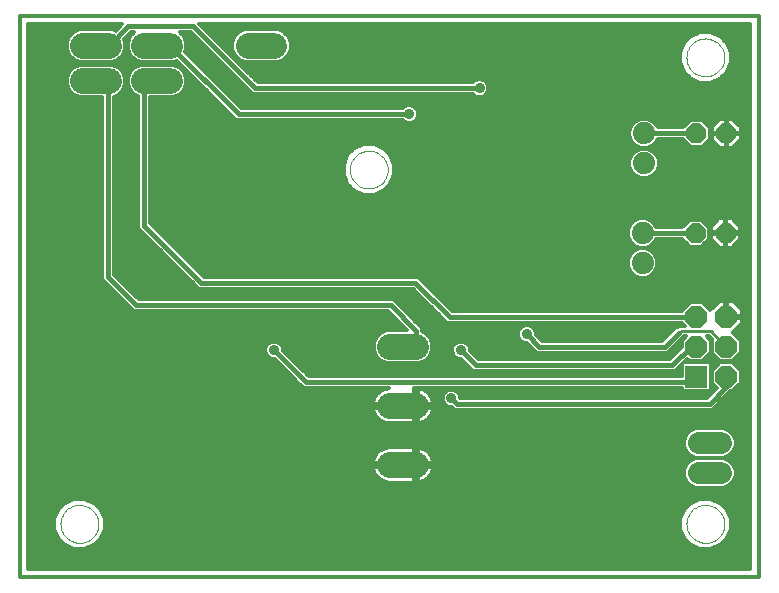
<source format=gtl>
G75*
%MOIN*%
%OFA0B0*%
%FSLAX24Y24*%
%IPPOS*%
%LPD*%
%AMOC8*
5,1,8,0,0,1.08239X$1,22.5*
%
%ADD10C,0.0120*%
%ADD11C,0.0000*%
%ADD12R,0.0740X0.0740*%
%ADD13OC8,0.0740*%
%ADD14C,0.0856*%
%ADD15OC8,0.0660*%
%ADD16C,0.0740*%
%ADD17C,0.0740*%
%ADD18C,0.0354*%
%ADD19C,0.0160*%
%ADD20C,0.0100*%
D10*
X000185Y000357D02*
X000185Y019058D01*
X024791Y019058D01*
X024791Y000357D01*
X000185Y000357D01*
X000455Y000627D02*
X000455Y018788D01*
X003569Y018788D01*
X003357Y018576D01*
X003246Y018622D01*
X002172Y018622D01*
X001971Y018538D01*
X001816Y018384D01*
X001733Y018182D01*
X001733Y017964D01*
X001816Y017763D01*
X001971Y017609D01*
X002172Y017525D01*
X003246Y017525D01*
X003448Y017609D01*
X003602Y017763D01*
X003686Y017964D01*
X003686Y018182D01*
X003640Y018293D01*
X003860Y018513D01*
X003983Y018513D01*
X003854Y018384D01*
X003770Y018182D01*
X003770Y017964D01*
X003854Y017763D01*
X004008Y017609D01*
X004209Y017525D01*
X005284Y017525D01*
X005398Y017572D01*
X007385Y015585D01*
X012932Y015585D01*
X012984Y015533D01*
X013093Y015488D01*
X013211Y015488D01*
X013320Y015533D01*
X013404Y015617D01*
X013449Y015726D01*
X013449Y015844D01*
X013404Y015953D01*
X013320Y016037D01*
X013211Y016082D01*
X013093Y016082D01*
X012984Y016037D01*
X012932Y015985D01*
X007551Y015985D01*
X005679Y017857D01*
X005723Y017964D01*
X005723Y018182D01*
X005639Y018384D01*
X005510Y018513D01*
X005860Y018513D01*
X007927Y016446D01*
X015269Y016446D01*
X015321Y016394D01*
X015431Y016349D01*
X015549Y016349D01*
X015658Y016394D01*
X015742Y016478D01*
X015787Y016587D01*
X015787Y016705D01*
X015742Y016815D01*
X015658Y016898D01*
X015549Y016943D01*
X015431Y016943D01*
X015321Y016898D01*
X015269Y016846D01*
X008092Y016846D01*
X006151Y018788D01*
X024521Y018788D01*
X024521Y000627D01*
X000455Y000627D01*
X000455Y000700D02*
X024521Y000700D01*
X024521Y000818D02*
X000455Y000818D01*
X000455Y000937D02*
X024521Y000937D01*
X024521Y001055D02*
X000455Y001055D01*
X000455Y001174D02*
X024521Y001174D01*
X024521Y001292D02*
X023195Y001292D01*
X023186Y001289D02*
X023495Y001416D01*
X023731Y001653D01*
X023859Y001961D01*
X023859Y002296D01*
X023731Y002604D01*
X023495Y002841D01*
X023186Y002968D01*
X022852Y002968D01*
X022543Y002841D01*
X022307Y002604D01*
X022179Y002296D01*
X022179Y001961D01*
X022307Y001653D01*
X022543Y001416D01*
X022852Y001289D01*
X023186Y001289D01*
X023481Y001411D02*
X024521Y001411D01*
X024521Y001529D02*
X023608Y001529D01*
X023726Y001648D02*
X024521Y001648D01*
X024521Y001766D02*
X023778Y001766D01*
X023827Y001885D02*
X024521Y001885D01*
X024521Y002003D02*
X023859Y002003D01*
X023859Y002122D02*
X024521Y002122D01*
X024521Y002240D02*
X023859Y002240D01*
X023833Y002359D02*
X024521Y002359D01*
X024521Y002477D02*
X023784Y002477D01*
X023735Y002596D02*
X024521Y002596D01*
X024521Y002714D02*
X023622Y002714D01*
X023503Y002833D02*
X024521Y002833D01*
X024521Y002951D02*
X023228Y002951D01*
X022810Y002951D02*
X002362Y002951D01*
X002320Y002968D02*
X001986Y002968D01*
X001677Y002841D01*
X001441Y002604D01*
X001313Y002296D01*
X001313Y001961D01*
X001441Y001653D01*
X001677Y001416D01*
X001986Y001289D01*
X002320Y001289D01*
X002629Y001416D01*
X002865Y001653D01*
X002993Y001961D01*
X002993Y002296D01*
X002865Y002604D01*
X002629Y002841D01*
X002320Y002968D01*
X002637Y002833D02*
X022535Y002833D01*
X022417Y002714D02*
X002755Y002714D01*
X002869Y002596D02*
X022304Y002596D01*
X022254Y002477D02*
X002918Y002477D01*
X002967Y002359D02*
X022205Y002359D01*
X022179Y002240D02*
X002993Y002240D01*
X002993Y002122D02*
X022179Y002122D01*
X022179Y002003D02*
X002993Y002003D01*
X002961Y001885D02*
X022211Y001885D01*
X022260Y001766D02*
X002912Y001766D01*
X002860Y001648D02*
X022312Y001648D01*
X022431Y001529D02*
X002741Y001529D01*
X002615Y001411D02*
X022558Y001411D01*
X022844Y001292D02*
X002328Y001292D01*
X001978Y001292D02*
X000455Y001292D01*
X000455Y001411D02*
X001692Y001411D01*
X001565Y001529D02*
X000455Y001529D01*
X000455Y001648D02*
X001446Y001648D01*
X001394Y001766D02*
X000455Y001766D01*
X000455Y001885D02*
X001345Y001885D01*
X001313Y002003D02*
X000455Y002003D01*
X000455Y002122D02*
X001313Y002122D01*
X001313Y002240D02*
X000455Y002240D01*
X000455Y002359D02*
X001339Y002359D01*
X001388Y002477D02*
X000455Y002477D01*
X000455Y002596D02*
X001437Y002596D01*
X001551Y002714D02*
X000455Y002714D01*
X000455Y002833D02*
X001669Y002833D01*
X001944Y002951D02*
X000455Y002951D01*
X000455Y003070D02*
X024521Y003070D01*
X024521Y003188D02*
X000455Y003188D01*
X000455Y003307D02*
X024521Y003307D01*
X024521Y003425D02*
X023829Y003425D01*
X023814Y003411D02*
X023952Y003549D01*
X024027Y003729D01*
X024027Y003924D01*
X023952Y004104D01*
X023814Y004242D01*
X023634Y004316D01*
X022699Y004316D01*
X022519Y004242D01*
X022381Y004104D01*
X022307Y003924D01*
X022307Y003729D01*
X022381Y003549D01*
X022519Y003411D01*
X022699Y003336D01*
X023634Y003336D01*
X023814Y003411D01*
X023947Y003544D02*
X024521Y003544D01*
X024521Y003662D02*
X023999Y003662D01*
X024027Y003781D02*
X024521Y003781D01*
X024521Y003899D02*
X024027Y003899D01*
X023988Y004018D02*
X024521Y004018D01*
X024521Y004136D02*
X023920Y004136D01*
X023784Y004255D02*
X024521Y004255D01*
X024521Y004373D02*
X023723Y004373D01*
X023634Y004336D02*
X023814Y004411D01*
X023952Y004549D01*
X024027Y004729D01*
X024027Y004924D01*
X023952Y005104D01*
X023814Y005242D01*
X023634Y005316D01*
X022699Y005316D01*
X022519Y005242D01*
X022381Y005104D01*
X022307Y004924D01*
X022307Y004729D01*
X022381Y004549D01*
X022519Y004411D01*
X022699Y004336D01*
X023634Y004336D01*
X023895Y004492D02*
X024521Y004492D01*
X024521Y004610D02*
X023978Y004610D01*
X024027Y004729D02*
X024521Y004729D01*
X024521Y004847D02*
X024027Y004847D01*
X024010Y004966D02*
X024521Y004966D01*
X024521Y005084D02*
X023961Y005084D01*
X023854Y005203D02*
X024521Y005203D01*
X024521Y005321D02*
X000455Y005321D01*
X000455Y005203D02*
X022480Y005203D01*
X022373Y005084D02*
X000455Y005084D01*
X000455Y004966D02*
X022324Y004966D01*
X022307Y004847D02*
X000455Y004847D01*
X000455Y004729D02*
X022307Y004729D01*
X022356Y004610D02*
X013662Y004610D01*
X013682Y004600D02*
X013599Y004642D01*
X013511Y004671D01*
X013434Y004683D01*
X013434Y004157D01*
X013960Y004157D01*
X013947Y004235D01*
X013919Y004323D01*
X013877Y004405D01*
X013822Y004480D01*
X013757Y004546D01*
X013682Y004600D01*
X013811Y004492D02*
X022439Y004492D01*
X022611Y004373D02*
X013893Y004373D01*
X013941Y004255D02*
X022550Y004255D01*
X022414Y004136D02*
X013434Y004136D01*
X013434Y004157D02*
X013434Y004037D01*
X013960Y004037D01*
X013947Y003959D01*
X013919Y003871D01*
X013877Y003789D01*
X013822Y003714D01*
X013757Y003648D01*
X013682Y003594D01*
X013599Y003552D01*
X013511Y003523D01*
X013434Y003511D01*
X013434Y004037D01*
X013314Y004037D01*
X013314Y003509D01*
X012471Y003509D01*
X012380Y003523D01*
X012292Y003552D01*
X012209Y003594D01*
X012134Y003648D01*
X012069Y003714D01*
X012014Y003789D01*
X011972Y003871D01*
X011944Y003959D01*
X011931Y004037D01*
X013314Y004037D01*
X013314Y004157D01*
X013314Y004685D01*
X012471Y004685D01*
X012380Y004671D01*
X012292Y004642D01*
X012209Y004600D01*
X012134Y004546D01*
X012069Y004480D01*
X012014Y004405D01*
X011972Y004323D01*
X011944Y004235D01*
X011931Y004157D01*
X013314Y004157D01*
X013434Y004157D01*
X013434Y004255D02*
X013314Y004255D01*
X013314Y004373D02*
X013434Y004373D01*
X013434Y004492D02*
X013314Y004492D01*
X013314Y004610D02*
X013434Y004610D01*
X013314Y004136D02*
X000455Y004136D01*
X000455Y004018D02*
X011934Y004018D01*
X011963Y003899D02*
X000455Y003899D01*
X000455Y003781D02*
X012020Y003781D01*
X012121Y003662D02*
X000455Y003662D01*
X000455Y003544D02*
X012317Y003544D01*
X011950Y004255D02*
X000455Y004255D01*
X000455Y004373D02*
X011998Y004373D01*
X012080Y004492D02*
X000455Y004492D01*
X000455Y004610D02*
X012229Y004610D01*
X013314Y004018D02*
X013434Y004018D01*
X013434Y003899D02*
X013314Y003899D01*
X013314Y003781D02*
X013434Y003781D01*
X013434Y003662D02*
X013314Y003662D01*
X013314Y003544D02*
X013434Y003544D01*
X013573Y003544D02*
X022387Y003544D01*
X022335Y003662D02*
X013770Y003662D01*
X013871Y003781D02*
X022307Y003781D01*
X022307Y003899D02*
X013928Y003899D01*
X013956Y004018D02*
X022346Y004018D01*
X022505Y003425D02*
X000455Y003425D01*
X000455Y005440D02*
X024521Y005440D01*
X024521Y005558D02*
X013673Y005558D01*
X013682Y005562D02*
X013757Y005617D01*
X013822Y005682D01*
X013877Y005757D01*
X013919Y005840D01*
X013947Y005928D01*
X013960Y006006D01*
X013434Y006006D01*
X013434Y006126D01*
X013314Y006126D01*
X013314Y006653D01*
X022226Y006653D01*
X022226Y006614D01*
X022296Y006544D01*
X023136Y006544D01*
X023206Y006614D01*
X023206Y007454D01*
X023443Y007454D01*
X023513Y007524D02*
X023226Y007237D01*
X023226Y006831D01*
X023401Y006656D01*
X023084Y006339D01*
X014852Y006339D01*
X014852Y006371D01*
X014807Y006480D01*
X014723Y006563D01*
X014614Y006609D01*
X014496Y006609D01*
X014386Y006563D01*
X014303Y006480D01*
X014258Y006371D01*
X014258Y006252D01*
X014303Y006143D01*
X014386Y006060D01*
X014496Y006014D01*
X014569Y006014D01*
X014644Y005939D01*
X023250Y005939D01*
X023367Y006056D01*
X023854Y006544D01*
X023919Y006544D01*
X024206Y006831D01*
X024206Y007237D01*
X023919Y007524D01*
X023513Y007524D01*
X023513Y007544D02*
X023919Y007544D01*
X024206Y007831D01*
X024206Y008237D01*
X023937Y008506D01*
X024246Y008814D01*
X024246Y008994D01*
X023756Y008994D01*
X023756Y009074D01*
X023676Y009074D01*
X023676Y009564D01*
X023497Y009564D01*
X023188Y009255D01*
X022919Y009524D01*
X022513Y009524D01*
X022226Y009237D01*
X022226Y009234D01*
X014573Y009234D01*
X013549Y010258D01*
X013432Y010375D01*
X006296Y010375D01*
X004518Y012152D01*
X004518Y016344D01*
X005284Y016344D01*
X005485Y016428D01*
X005639Y016582D01*
X005723Y016783D01*
X005723Y017001D01*
X005639Y017203D01*
X005485Y017357D01*
X005284Y017440D01*
X004209Y017440D01*
X004008Y017357D01*
X003854Y017203D01*
X003770Y017001D01*
X003770Y016783D01*
X003854Y016582D01*
X004008Y016428D01*
X004118Y016382D01*
X004118Y011987D01*
X004236Y011869D01*
X006130Y009975D01*
X013266Y009975D01*
X014407Y008834D01*
X022226Y008834D01*
X022226Y008831D01*
X022336Y008721D01*
X022137Y008721D01*
X022118Y008702D01*
X022051Y008702D01*
X021583Y008234D01*
X017566Y008234D01*
X017362Y008438D01*
X017362Y008511D01*
X017316Y008621D01*
X017233Y008704D01*
X017124Y008749D01*
X017005Y008749D01*
X016896Y008704D01*
X016813Y008621D01*
X016767Y008511D01*
X016767Y008393D01*
X016813Y008284D01*
X016896Y008200D01*
X017005Y008155D01*
X017079Y008155D01*
X017400Y007834D01*
X021749Y007834D01*
X022295Y008381D01*
X022370Y008381D01*
X022226Y008237D01*
X022226Y008016D01*
X021829Y007619D01*
X015450Y007619D01*
X015172Y007897D01*
X015172Y007970D01*
X015126Y008079D01*
X015043Y008163D01*
X014934Y008208D01*
X014815Y008208D01*
X014706Y008163D01*
X014623Y008079D01*
X014577Y007970D01*
X014577Y007852D01*
X014623Y007743D01*
X014706Y007659D01*
X014815Y007614D01*
X014889Y007614D01*
X015284Y007219D01*
X021995Y007219D01*
X022112Y007336D01*
X022226Y007450D01*
X022226Y007053D01*
X009790Y007053D01*
X008946Y007897D01*
X008946Y007970D01*
X008901Y008079D01*
X008818Y008163D01*
X008708Y008208D01*
X008590Y008208D01*
X008481Y008163D01*
X008397Y008079D01*
X008352Y007970D01*
X008352Y007852D01*
X008397Y007743D01*
X008481Y007659D01*
X008590Y007614D01*
X008663Y007614D01*
X009507Y006770D01*
X009624Y006653D01*
X012466Y006653D01*
X012380Y006639D01*
X012292Y006611D01*
X012209Y006569D01*
X012134Y006514D01*
X012069Y006449D01*
X012014Y006374D01*
X011972Y006291D01*
X011944Y006203D01*
X011931Y006126D01*
X013314Y006126D01*
X013314Y006006D01*
X013434Y006006D01*
X013434Y005480D01*
X013511Y005492D01*
X013599Y005520D01*
X013682Y005562D01*
X013816Y005677D02*
X024521Y005677D01*
X024521Y005795D02*
X013896Y005795D01*
X013943Y005914D02*
X024521Y005914D01*
X024521Y006032D02*
X023342Y006032D01*
X023461Y006151D02*
X024521Y006151D01*
X024521Y006269D02*
X023579Y006269D01*
X023698Y006388D02*
X024521Y006388D01*
X024521Y006506D02*
X023816Y006506D01*
X024000Y006625D02*
X024521Y006625D01*
X024521Y006743D02*
X024118Y006743D01*
X024206Y006862D02*
X024521Y006862D01*
X024521Y006980D02*
X024206Y006980D01*
X024206Y007099D02*
X024521Y007099D01*
X024521Y007217D02*
X024206Y007217D01*
X024108Y007336D02*
X024521Y007336D01*
X024521Y007454D02*
X023989Y007454D01*
X023948Y007573D02*
X024521Y007573D01*
X024521Y007691D02*
X024066Y007691D01*
X024185Y007810D02*
X024521Y007810D01*
X024521Y007928D02*
X024206Y007928D01*
X024206Y008047D02*
X024521Y008047D01*
X024521Y008165D02*
X024206Y008165D01*
X024160Y008284D02*
X024521Y008284D01*
X024521Y008402D02*
X024041Y008402D01*
X023952Y008521D02*
X024521Y008521D01*
X024521Y008639D02*
X024071Y008639D01*
X024189Y008758D02*
X024521Y008758D01*
X024521Y008876D02*
X024246Y008876D01*
X024246Y009074D02*
X024246Y009254D01*
X023936Y009564D01*
X023756Y009564D01*
X023756Y009074D01*
X024246Y009074D01*
X024246Y009113D02*
X024521Y009113D01*
X024521Y008995D02*
X023756Y008995D01*
X023756Y009113D02*
X023676Y009113D01*
X023676Y009232D02*
X023756Y009232D01*
X023756Y009350D02*
X023676Y009350D01*
X023676Y009469D02*
X023756Y009469D01*
X024031Y009469D02*
X024521Y009469D01*
X024521Y009587D02*
X014220Y009587D01*
X014338Y009469D02*
X022458Y009469D01*
X022339Y009350D02*
X014457Y009350D01*
X014128Y009113D02*
X013119Y009113D01*
X013237Y008995D02*
X014246Y008995D01*
X014365Y008876D02*
X013356Y008876D01*
X013474Y008758D02*
X022300Y008758D01*
X021988Y008639D02*
X017298Y008639D01*
X017358Y008521D02*
X021870Y008521D01*
X021751Y008402D02*
X017398Y008402D01*
X017516Y008284D02*
X021633Y008284D01*
X021961Y008047D02*
X022226Y008047D01*
X022226Y008165D02*
X022080Y008165D01*
X022198Y008284D02*
X022273Y008284D01*
X022138Y007928D02*
X021843Y007928D01*
X022020Y007810D02*
X015259Y007810D01*
X015172Y007928D02*
X017306Y007928D01*
X017187Y008047D02*
X015140Y008047D01*
X015038Y008165D02*
X016982Y008165D01*
X016813Y008284D02*
X013864Y008284D01*
X013838Y008345D02*
X013922Y008143D01*
X013922Y007925D01*
X013838Y007724D01*
X013684Y007569D01*
X013483Y007486D01*
X012408Y007486D01*
X012207Y007569D01*
X012053Y007724D01*
X011969Y007925D01*
X011969Y008143D01*
X012053Y008345D01*
X012207Y008499D01*
X012408Y008582D01*
X013084Y008582D01*
X012454Y009212D01*
X003965Y009212D01*
X003030Y010147D01*
X002913Y010264D01*
X002913Y016344D01*
X002172Y016344D01*
X001971Y016428D01*
X001816Y016582D01*
X001733Y016783D01*
X001733Y017001D01*
X001816Y017203D01*
X001971Y017357D01*
X002172Y017440D01*
X003246Y017440D01*
X003448Y017357D01*
X003602Y017203D01*
X003686Y017001D01*
X003686Y016783D01*
X003602Y016582D01*
X003448Y016428D01*
X003313Y016372D01*
X003313Y010430D01*
X004131Y009612D01*
X012620Y009612D01*
X012737Y009495D01*
X013574Y008658D01*
X013574Y008544D01*
X013684Y008499D01*
X013838Y008345D01*
X013781Y008402D02*
X016767Y008402D01*
X016771Y008521D02*
X013631Y008521D01*
X013574Y008639D02*
X016831Y008639D01*
X015377Y007691D02*
X021901Y007691D01*
X022300Y007524D02*
X022417Y007641D01*
X022513Y007544D01*
X022919Y007544D01*
X023206Y007831D01*
X023206Y008237D01*
X023062Y008381D01*
X023129Y008381D01*
X023249Y008260D01*
X023226Y008237D01*
X023226Y007831D01*
X023513Y007544D01*
X023485Y007573D02*
X022948Y007573D01*
X023066Y007691D02*
X023366Y007691D01*
X023248Y007810D02*
X023185Y007810D01*
X023206Y007928D02*
X023226Y007928D01*
X023226Y008047D02*
X023206Y008047D01*
X023206Y008165D02*
X023226Y008165D01*
X023226Y008284D02*
X023160Y008284D01*
X022485Y007573D02*
X022348Y007573D01*
X022300Y007524D02*
X023136Y007524D01*
X023206Y007454D01*
X023206Y007336D02*
X023325Y007336D01*
X023226Y007217D02*
X023206Y007217D01*
X023206Y007099D02*
X023226Y007099D01*
X023226Y006980D02*
X023206Y006980D01*
X023206Y006862D02*
X023226Y006862D01*
X023206Y006743D02*
X023314Y006743D01*
X023369Y006625D02*
X023206Y006625D01*
X023251Y006506D02*
X014780Y006506D01*
X014845Y006388D02*
X023132Y006388D01*
X022226Y006625D02*
X013556Y006625D01*
X013599Y006611D02*
X013511Y006639D01*
X013434Y006651D01*
X013434Y006126D01*
X013960Y006126D01*
X013947Y006203D01*
X013919Y006291D01*
X013877Y006374D01*
X013822Y006449D01*
X013757Y006514D01*
X013682Y006569D01*
X013599Y006611D01*
X013434Y006625D02*
X013314Y006625D01*
X013314Y006506D02*
X013434Y006506D01*
X013434Y006388D02*
X013314Y006388D01*
X013314Y006269D02*
X013434Y006269D01*
X013434Y006151D02*
X013314Y006151D01*
X013314Y006032D02*
X000455Y006032D01*
X000455Y005914D02*
X011948Y005914D01*
X011944Y005928D02*
X011972Y005840D01*
X012014Y005757D01*
X012069Y005682D01*
X012134Y005617D01*
X012209Y005562D01*
X012292Y005520D01*
X012380Y005492D01*
X012471Y005477D01*
X013314Y005477D01*
X013314Y006006D01*
X011931Y006006D01*
X011944Y005928D01*
X011995Y005795D02*
X000455Y005795D01*
X000455Y005677D02*
X012075Y005677D01*
X012218Y005558D02*
X000455Y005558D01*
X000455Y006151D02*
X011935Y006151D01*
X011965Y006269D02*
X000455Y006269D01*
X000455Y006388D02*
X012024Y006388D01*
X012126Y006506D02*
X000455Y006506D01*
X000455Y006625D02*
X012334Y006625D01*
X013314Y005914D02*
X013434Y005914D01*
X013434Y006032D02*
X014453Y006032D01*
X014300Y006151D02*
X013956Y006151D01*
X013926Y006269D02*
X014258Y006269D01*
X014264Y006388D02*
X013867Y006388D01*
X013765Y006506D02*
X014329Y006506D01*
X013434Y005795D02*
X013314Y005795D01*
X013314Y005677D02*
X013434Y005677D01*
X013434Y005558D02*
X013314Y005558D01*
X015167Y007336D02*
X009507Y007336D01*
X009389Y007454D02*
X015049Y007454D01*
X014930Y007573D02*
X013687Y007573D01*
X013806Y007691D02*
X014674Y007691D01*
X014595Y007810D02*
X013874Y007810D01*
X013922Y007928D02*
X014577Y007928D01*
X014609Y008047D02*
X013922Y008047D01*
X013913Y008165D02*
X014711Y008165D01*
X014009Y009232D02*
X013000Y009232D01*
X012882Y009350D02*
X013891Y009350D01*
X013772Y009469D02*
X012763Y009469D01*
X012645Y009587D02*
X013654Y009587D01*
X013535Y009706D02*
X004037Y009706D01*
X003919Y009824D02*
X013417Y009824D01*
X013298Y009943D02*
X003800Y009943D01*
X003682Y010061D02*
X006044Y010061D01*
X005926Y010180D02*
X003563Y010180D01*
X003445Y010298D02*
X005807Y010298D01*
X005689Y010417D02*
X003326Y010417D01*
X003313Y010535D02*
X005570Y010535D01*
X005452Y010654D02*
X003313Y010654D01*
X003313Y010772D02*
X005333Y010772D01*
X005215Y010891D02*
X003313Y010891D01*
X003313Y011009D02*
X005096Y011009D01*
X004978Y011128D02*
X003313Y011128D01*
X003313Y011246D02*
X004859Y011246D01*
X004741Y011365D02*
X003313Y011365D01*
X003313Y011483D02*
X004622Y011483D01*
X004504Y011602D02*
X003313Y011602D01*
X003313Y011720D02*
X004385Y011720D01*
X004267Y011839D02*
X003313Y011839D01*
X003313Y011957D02*
X004148Y011957D01*
X004118Y012076D02*
X003313Y012076D01*
X003313Y012194D02*
X004118Y012194D01*
X004118Y012313D02*
X003313Y012313D01*
X003313Y012431D02*
X004118Y012431D01*
X004118Y012550D02*
X003313Y012550D01*
X003313Y012668D02*
X004118Y012668D01*
X004118Y012787D02*
X003313Y012787D01*
X003313Y012905D02*
X004118Y012905D01*
X004118Y013024D02*
X003313Y013024D01*
X003313Y013142D02*
X004118Y013142D01*
X004118Y013261D02*
X003313Y013261D01*
X003313Y013379D02*
X004118Y013379D01*
X004118Y013498D02*
X003313Y013498D01*
X003313Y013616D02*
X004118Y013616D01*
X004118Y013735D02*
X003313Y013735D01*
X003313Y013853D02*
X004118Y013853D01*
X004118Y013972D02*
X003313Y013972D01*
X003313Y014090D02*
X004118Y014090D01*
X004118Y014209D02*
X003313Y014209D01*
X003313Y014327D02*
X004118Y014327D01*
X004118Y014446D02*
X003313Y014446D01*
X003313Y014564D02*
X004118Y014564D01*
X004118Y014683D02*
X003313Y014683D01*
X003313Y014801D02*
X004118Y014801D01*
X004118Y014920D02*
X003313Y014920D01*
X003313Y015038D02*
X004118Y015038D01*
X004118Y015157D02*
X003313Y015157D01*
X003313Y015275D02*
X004118Y015275D01*
X004118Y015394D02*
X003313Y015394D01*
X003313Y015512D02*
X004118Y015512D01*
X004118Y015631D02*
X003313Y015631D01*
X003313Y015749D02*
X004118Y015749D01*
X004118Y015868D02*
X003313Y015868D01*
X003313Y015986D02*
X004118Y015986D01*
X004118Y016105D02*
X003313Y016105D01*
X003313Y016223D02*
X004118Y016223D01*
X004118Y016342D02*
X003313Y016342D01*
X003480Y016460D02*
X003976Y016460D01*
X003857Y016579D02*
X003599Y016579D01*
X003650Y016697D02*
X003806Y016697D01*
X003770Y016816D02*
X003686Y016816D01*
X003686Y016934D02*
X003770Y016934D01*
X003792Y017053D02*
X003664Y017053D01*
X003615Y017171D02*
X003841Y017171D01*
X003941Y017290D02*
X003515Y017290D01*
X003325Y017408D02*
X004131Y017408D01*
X004206Y017527D02*
X003250Y017527D01*
X003484Y017645D02*
X003972Y017645D01*
X003853Y017764D02*
X003602Y017764D01*
X003651Y017882D02*
X003804Y017882D01*
X003770Y018001D02*
X003686Y018001D01*
X003686Y018119D02*
X003770Y018119D01*
X003793Y018238D02*
X003663Y018238D01*
X003703Y018356D02*
X003842Y018356D01*
X003821Y018475D02*
X003944Y018475D01*
X003493Y018712D02*
X000455Y018712D01*
X000455Y018593D02*
X002103Y018593D01*
X001907Y018475D02*
X000455Y018475D01*
X000455Y018356D02*
X001805Y018356D01*
X001756Y018238D02*
X000455Y018238D01*
X000455Y018119D02*
X001733Y018119D01*
X001733Y018001D02*
X000455Y018001D01*
X000455Y017882D02*
X001767Y017882D01*
X001816Y017764D02*
X000455Y017764D01*
X000455Y017645D02*
X001934Y017645D01*
X002169Y017527D02*
X000455Y017527D01*
X000455Y017408D02*
X002094Y017408D01*
X001903Y017290D02*
X000455Y017290D01*
X000455Y017171D02*
X001803Y017171D01*
X001754Y017053D02*
X000455Y017053D01*
X000455Y016934D02*
X001733Y016934D01*
X001733Y016816D02*
X000455Y016816D01*
X000455Y016697D02*
X001769Y016697D01*
X001820Y016579D02*
X000455Y016579D01*
X000455Y016460D02*
X001938Y016460D01*
X002913Y016342D02*
X000455Y016342D01*
X000455Y016223D02*
X002913Y016223D01*
X002913Y016105D02*
X000455Y016105D01*
X000455Y015986D02*
X002913Y015986D01*
X002913Y015868D02*
X000455Y015868D01*
X000455Y015749D02*
X002913Y015749D01*
X002913Y015631D02*
X000455Y015631D01*
X000455Y015512D02*
X002913Y015512D01*
X002913Y015394D02*
X000455Y015394D01*
X000455Y015275D02*
X002913Y015275D01*
X002913Y015157D02*
X000455Y015157D01*
X000455Y015038D02*
X002913Y015038D01*
X002913Y014920D02*
X000455Y014920D01*
X000455Y014801D02*
X002913Y014801D01*
X002913Y014683D02*
X000455Y014683D01*
X000455Y014564D02*
X002913Y014564D01*
X002913Y014446D02*
X000455Y014446D01*
X000455Y014327D02*
X002913Y014327D01*
X002913Y014209D02*
X000455Y014209D01*
X000455Y014090D02*
X002913Y014090D01*
X002913Y013972D02*
X000455Y013972D01*
X000455Y013853D02*
X002913Y013853D01*
X002913Y013735D02*
X000455Y013735D01*
X000455Y013616D02*
X002913Y013616D01*
X002913Y013498D02*
X000455Y013498D01*
X000455Y013379D02*
X002913Y013379D01*
X002913Y013261D02*
X000455Y013261D01*
X000455Y013142D02*
X002913Y013142D01*
X002913Y013024D02*
X000455Y013024D01*
X000455Y012905D02*
X002913Y012905D01*
X002913Y012787D02*
X000455Y012787D01*
X000455Y012668D02*
X002913Y012668D01*
X002913Y012550D02*
X000455Y012550D01*
X000455Y012431D02*
X002913Y012431D01*
X002913Y012313D02*
X000455Y012313D01*
X000455Y012194D02*
X002913Y012194D01*
X002913Y012076D02*
X000455Y012076D01*
X000455Y011957D02*
X002913Y011957D01*
X002913Y011839D02*
X000455Y011839D01*
X000455Y011720D02*
X002913Y011720D01*
X002913Y011602D02*
X000455Y011602D01*
X000455Y011483D02*
X002913Y011483D01*
X002913Y011365D02*
X000455Y011365D01*
X000455Y011246D02*
X002913Y011246D01*
X002913Y011128D02*
X000455Y011128D01*
X000455Y011009D02*
X002913Y011009D01*
X002913Y010891D02*
X000455Y010891D01*
X000455Y010772D02*
X002913Y010772D01*
X002913Y010654D02*
X000455Y010654D01*
X000455Y010535D02*
X002913Y010535D01*
X002913Y010417D02*
X000455Y010417D01*
X000455Y010298D02*
X002913Y010298D01*
X002997Y010180D02*
X000455Y010180D01*
X000455Y010061D02*
X003116Y010061D01*
X003234Y009943D02*
X000455Y009943D01*
X000455Y009824D02*
X003353Y009824D01*
X003471Y009706D02*
X000455Y009706D01*
X000455Y009587D02*
X003590Y009587D01*
X003708Y009469D02*
X000455Y009469D01*
X000455Y009350D02*
X003827Y009350D01*
X003945Y009232D02*
X000455Y009232D01*
X000455Y009113D02*
X012553Y009113D01*
X012672Y008995D02*
X000455Y008995D01*
X000455Y008876D02*
X012790Y008876D01*
X012909Y008758D02*
X000455Y008758D01*
X000455Y008639D02*
X013027Y008639D01*
X012259Y008521D02*
X000455Y008521D01*
X000455Y008402D02*
X012110Y008402D01*
X012027Y008284D02*
X000455Y008284D01*
X000455Y008165D02*
X008486Y008165D01*
X008384Y008047D02*
X000455Y008047D01*
X000455Y007928D02*
X008352Y007928D01*
X008370Y007810D02*
X000455Y007810D01*
X000455Y007691D02*
X008449Y007691D01*
X008705Y007573D02*
X000455Y007573D01*
X000455Y007454D02*
X008823Y007454D01*
X008942Y007336D02*
X000455Y007336D01*
X000455Y007217D02*
X009060Y007217D01*
X009179Y007099D02*
X000455Y007099D01*
X000455Y006980D02*
X009297Y006980D01*
X009416Y006862D02*
X000455Y006862D01*
X000455Y006743D02*
X009534Y006743D01*
X009744Y007099D02*
X022226Y007099D01*
X022226Y007217D02*
X009626Y007217D01*
X009270Y007573D02*
X012204Y007573D01*
X012085Y007691D02*
X009152Y007691D01*
X009033Y007810D02*
X012017Y007810D01*
X011969Y007928D02*
X008946Y007928D01*
X008915Y008047D02*
X011969Y008047D01*
X011978Y008165D02*
X008812Y008165D01*
X006254Y010417D02*
X020642Y010417D01*
X020650Y010408D02*
X020830Y010333D01*
X021025Y010333D01*
X021205Y010408D01*
X021343Y010546D01*
X021418Y010726D01*
X021418Y010921D01*
X021343Y011101D01*
X021205Y011239D01*
X021025Y011313D01*
X020830Y011313D01*
X020650Y011239D01*
X020512Y011101D01*
X020438Y010921D01*
X020438Y010726D01*
X020512Y010546D01*
X020650Y010408D01*
X020523Y010535D02*
X006136Y010535D01*
X006017Y010654D02*
X020468Y010654D01*
X020438Y010772D02*
X005899Y010772D01*
X005780Y010891D02*
X020438Y010891D01*
X020474Y011009D02*
X005662Y011009D01*
X005543Y011128D02*
X020539Y011128D01*
X020668Y011246D02*
X005425Y011246D01*
X005306Y011365D02*
X020755Y011365D01*
X020830Y011333D02*
X021025Y011333D01*
X021205Y011408D01*
X021343Y011546D01*
X021375Y011623D01*
X022255Y011623D01*
X022505Y011373D01*
X022878Y011373D01*
X023141Y011637D01*
X023141Y012010D01*
X022878Y012273D01*
X022505Y012273D01*
X022255Y012023D01*
X021375Y012023D01*
X021343Y012101D01*
X021205Y012239D01*
X021025Y012313D01*
X020830Y012313D01*
X020650Y012239D01*
X020512Y012101D01*
X020438Y011921D01*
X020438Y011726D01*
X020512Y011546D01*
X020650Y011408D01*
X020830Y011333D01*
X021100Y011365D02*
X023457Y011365D01*
X023489Y011333D02*
X023671Y011333D01*
X023671Y011803D01*
X023201Y011803D01*
X023201Y011620D01*
X023489Y011333D01*
X023671Y011365D02*
X023711Y011365D01*
X023711Y011333D02*
X023894Y011333D01*
X024181Y011620D01*
X024181Y011803D01*
X023712Y011803D01*
X023712Y011843D01*
X024181Y011843D01*
X024181Y012026D01*
X023894Y012313D01*
X023711Y012313D01*
X023711Y011843D01*
X023671Y011843D01*
X023671Y011803D01*
X023711Y011803D01*
X023711Y011333D01*
X023711Y011483D02*
X023671Y011483D01*
X023671Y011602D02*
X023711Y011602D01*
X023711Y011720D02*
X023671Y011720D01*
X023671Y011839D02*
X023141Y011839D01*
X023201Y011843D02*
X023671Y011843D01*
X023671Y012313D01*
X023489Y012313D01*
X023201Y012026D01*
X023201Y011843D01*
X023201Y011957D02*
X023141Y011957D01*
X023076Y012076D02*
X023251Y012076D01*
X023369Y012194D02*
X022957Y012194D01*
X022426Y012194D02*
X021250Y012194D01*
X021354Y012076D02*
X022307Y012076D01*
X022277Y011602D02*
X021366Y011602D01*
X021280Y011483D02*
X022395Y011483D01*
X022988Y011483D02*
X023339Y011483D01*
X023220Y011602D02*
X023106Y011602D01*
X023141Y011720D02*
X023201Y011720D01*
X023712Y011839D02*
X024521Y011839D01*
X024521Y011957D02*
X024181Y011957D01*
X024132Y012076D02*
X024521Y012076D01*
X024521Y012194D02*
X024014Y012194D01*
X023895Y012313D02*
X024521Y012313D01*
X024521Y012431D02*
X004518Y012431D01*
X004518Y012313D02*
X020828Y012313D01*
X021027Y012313D02*
X023488Y012313D01*
X023671Y012313D02*
X023711Y012313D01*
X023711Y012194D02*
X023671Y012194D01*
X023671Y012076D02*
X023711Y012076D01*
X023711Y011957D02*
X023671Y011957D01*
X024181Y011720D02*
X024521Y011720D01*
X024521Y011602D02*
X024163Y011602D01*
X024044Y011483D02*
X024521Y011483D01*
X024521Y011365D02*
X023926Y011365D01*
X024521Y011246D02*
X021188Y011246D01*
X021317Y011128D02*
X024521Y011128D01*
X024521Y011009D02*
X021381Y011009D01*
X021418Y010891D02*
X024521Y010891D01*
X024521Y010772D02*
X021418Y010772D01*
X021388Y010654D02*
X024521Y010654D01*
X024521Y010535D02*
X021332Y010535D01*
X021214Y010417D02*
X024521Y010417D01*
X024521Y010298D02*
X013509Y010298D01*
X013627Y010180D02*
X024521Y010180D01*
X024521Y010061D02*
X013746Y010061D01*
X013864Y009943D02*
X024521Y009943D01*
X024521Y009824D02*
X013983Y009824D01*
X014101Y009706D02*
X024521Y009706D01*
X024521Y009350D02*
X024150Y009350D01*
X024246Y009232D02*
X024521Y009232D01*
X023401Y009469D02*
X022975Y009469D01*
X023093Y009350D02*
X023283Y009350D01*
X022226Y007336D02*
X022111Y007336D01*
X020575Y011483D02*
X005188Y011483D01*
X005069Y011602D02*
X020489Y011602D01*
X020440Y011720D02*
X004951Y011720D01*
X004832Y011839D02*
X020438Y011839D01*
X020453Y011957D02*
X004714Y011957D01*
X004595Y012076D02*
X020502Y012076D01*
X020605Y012194D02*
X004518Y012194D01*
X004518Y012550D02*
X024521Y012550D01*
X024521Y012668D02*
X004518Y012668D01*
X004518Y012787D02*
X024521Y012787D01*
X024521Y012905D02*
X004518Y012905D01*
X004518Y013024D02*
X024521Y013024D01*
X024521Y013142D02*
X012068Y013142D01*
X011966Y013100D02*
X012275Y013227D01*
X012511Y013464D01*
X012639Y013772D01*
X012639Y014107D01*
X012511Y014415D01*
X012275Y014652D01*
X011966Y014779D01*
X011632Y014779D01*
X011323Y014652D01*
X011087Y014415D01*
X010959Y014107D01*
X010959Y013772D01*
X011087Y013464D01*
X011323Y013227D01*
X011632Y013100D01*
X011966Y013100D01*
X012308Y013261D02*
X024521Y013261D01*
X024521Y013379D02*
X012426Y013379D01*
X012525Y013498D02*
X024521Y013498D01*
X024521Y013616D02*
X012574Y013616D01*
X012623Y013735D02*
X020695Y013735D01*
X020699Y013730D02*
X020879Y013655D01*
X021074Y013655D01*
X021254Y013730D01*
X021392Y013868D01*
X021467Y014048D01*
X021467Y014243D01*
X021392Y014423D01*
X021254Y014561D01*
X021074Y014635D01*
X020879Y014635D01*
X020699Y014561D01*
X020562Y014423D01*
X020487Y014243D01*
X020487Y014048D01*
X020562Y013868D01*
X020699Y013730D01*
X020576Y013853D02*
X012639Y013853D01*
X012639Y013972D02*
X020519Y013972D01*
X020487Y014090D02*
X012639Y014090D01*
X012596Y014209D02*
X020487Y014209D01*
X020522Y014327D02*
X012547Y014327D01*
X012481Y014446D02*
X020584Y014446D01*
X020708Y014564D02*
X012362Y014564D01*
X012200Y014683D02*
X020814Y014683D01*
X020879Y014655D02*
X020699Y014730D01*
X020562Y014868D01*
X020487Y015048D01*
X020487Y015243D01*
X020562Y015423D01*
X020699Y015561D01*
X020879Y015635D01*
X021074Y015635D01*
X021254Y015561D01*
X021392Y015423D01*
X021424Y015345D01*
X022280Y015345D01*
X022530Y015595D01*
X022902Y015595D01*
X023166Y015332D01*
X023166Y014959D01*
X022902Y014695D01*
X022530Y014695D01*
X022280Y014945D01*
X021424Y014945D01*
X021392Y014868D01*
X021254Y014730D01*
X021074Y014655D01*
X020879Y014655D01*
X021140Y014683D02*
X023486Y014683D01*
X023513Y014655D02*
X023696Y014655D01*
X023696Y015125D01*
X023736Y015125D01*
X023736Y014655D01*
X023919Y014655D01*
X024206Y014942D01*
X024206Y015125D01*
X023736Y015125D01*
X023736Y015165D01*
X024206Y015165D01*
X024206Y015348D01*
X023919Y015635D01*
X023736Y015635D01*
X023736Y015165D01*
X023696Y015165D01*
X023696Y015125D01*
X023226Y015125D01*
X023226Y014942D01*
X023513Y014655D01*
X023696Y014683D02*
X023736Y014683D01*
X023736Y014801D02*
X023696Y014801D01*
X023696Y014920D02*
X023736Y014920D01*
X023736Y015038D02*
X023696Y015038D01*
X023696Y015157D02*
X023166Y015157D01*
X023226Y015165D02*
X023696Y015165D01*
X023696Y015635D01*
X023513Y015635D01*
X023226Y015348D01*
X023226Y015165D01*
X023226Y015275D02*
X023166Y015275D01*
X023104Y015394D02*
X023271Y015394D01*
X023390Y015512D02*
X022986Y015512D01*
X023508Y015631D02*
X021086Y015631D01*
X020868Y015631D02*
X013410Y015631D01*
X013449Y015749D02*
X024521Y015749D01*
X024521Y015631D02*
X023924Y015631D01*
X024042Y015512D02*
X024521Y015512D01*
X024521Y015394D02*
X024161Y015394D01*
X024206Y015275D02*
X024521Y015275D01*
X024521Y015157D02*
X023736Y015157D01*
X023736Y015275D02*
X023696Y015275D01*
X023696Y015394D02*
X023736Y015394D01*
X023736Y015512D02*
X023696Y015512D01*
X023696Y015631D02*
X023736Y015631D01*
X024206Y015038D02*
X024521Y015038D01*
X024521Y014920D02*
X024183Y014920D01*
X024065Y014801D02*
X024521Y014801D01*
X024521Y014683D02*
X023946Y014683D01*
X024521Y014564D02*
X021246Y014564D01*
X021370Y014446D02*
X024521Y014446D01*
X024521Y014327D02*
X021432Y014327D01*
X021467Y014209D02*
X024521Y014209D01*
X024521Y014090D02*
X021467Y014090D01*
X021435Y013972D02*
X024521Y013972D01*
X024521Y013853D02*
X021378Y013853D01*
X021259Y013735D02*
X024521Y013735D01*
X023367Y014801D02*
X023008Y014801D01*
X023127Y014920D02*
X023249Y014920D01*
X023226Y015038D02*
X023166Y015038D01*
X022424Y014801D02*
X021326Y014801D01*
X021414Y014920D02*
X022305Y014920D01*
X022328Y015394D02*
X021404Y015394D01*
X021303Y015512D02*
X022447Y015512D01*
X022852Y016840D02*
X022543Y016968D01*
X022307Y017204D01*
X022179Y017513D01*
X022179Y017847D01*
X022307Y018155D01*
X022543Y018392D01*
X022852Y018520D01*
X023186Y018520D01*
X023495Y018392D01*
X023731Y018155D01*
X023859Y017847D01*
X023859Y017513D01*
X023731Y017204D01*
X023495Y016968D01*
X023186Y016840D01*
X022852Y016840D01*
X022625Y016934D02*
X015571Y016934D01*
X015408Y016934D02*
X008004Y016934D01*
X007886Y017053D02*
X022459Y017053D01*
X022340Y017171D02*
X007767Y017171D01*
X007649Y017290D02*
X022272Y017290D01*
X022223Y017408D02*
X007530Y017408D01*
X007412Y017527D02*
X007681Y017527D01*
X007684Y017525D02*
X007482Y017609D01*
X007328Y017763D01*
X007245Y017964D01*
X007245Y018182D01*
X007328Y018384D01*
X007482Y018538D01*
X007684Y018622D01*
X008758Y018622D01*
X008960Y018538D01*
X009114Y018384D01*
X009197Y018182D01*
X009197Y017964D01*
X009114Y017763D01*
X008960Y017609D01*
X008758Y017525D01*
X007684Y017525D01*
X007446Y017645D02*
X007293Y017645D01*
X007328Y017764D02*
X007175Y017764D01*
X007279Y017882D02*
X007056Y017882D01*
X006938Y018001D02*
X007245Y018001D01*
X007245Y018119D02*
X006819Y018119D01*
X006701Y018238D02*
X007268Y018238D01*
X007317Y018356D02*
X006582Y018356D01*
X006464Y018475D02*
X007419Y018475D01*
X007615Y018593D02*
X006345Y018593D01*
X006227Y018712D02*
X024521Y018712D01*
X024521Y018593D02*
X008827Y018593D01*
X009023Y018475D02*
X022743Y018475D01*
X022508Y018356D02*
X009125Y018356D01*
X009174Y018238D02*
X022389Y018238D01*
X022292Y018119D02*
X009197Y018119D01*
X009197Y018001D02*
X022243Y018001D01*
X022194Y017882D02*
X009163Y017882D01*
X009114Y017764D02*
X022179Y017764D01*
X022179Y017645D02*
X008996Y017645D01*
X008761Y017527D02*
X022179Y017527D01*
X023414Y016934D02*
X024521Y016934D01*
X024521Y016816D02*
X015741Y016816D01*
X015787Y016697D02*
X024521Y016697D01*
X024521Y016579D02*
X015783Y016579D01*
X015724Y016460D02*
X024521Y016460D01*
X024521Y016342D02*
X007194Y016342D01*
X007076Y016460D02*
X007913Y016460D01*
X007794Y016579D02*
X006957Y016579D01*
X006839Y016697D02*
X007676Y016697D01*
X007557Y016816D02*
X006720Y016816D01*
X006602Y016934D02*
X007439Y016934D01*
X007320Y017053D02*
X006483Y017053D01*
X006365Y017171D02*
X007202Y017171D01*
X007083Y017290D02*
X006246Y017290D01*
X006128Y017408D02*
X006965Y017408D01*
X006846Y017527D02*
X006009Y017527D01*
X005891Y017645D02*
X006728Y017645D01*
X006609Y017764D02*
X005772Y017764D01*
X005689Y017882D02*
X006491Y017882D01*
X006372Y018001D02*
X005723Y018001D01*
X005723Y018119D02*
X006254Y018119D01*
X006135Y018238D02*
X005700Y018238D01*
X005651Y018356D02*
X006017Y018356D01*
X005898Y018475D02*
X005549Y018475D01*
X005444Y017527D02*
X005287Y017527D01*
X005362Y017408D02*
X005562Y017408D01*
X005553Y017290D02*
X005681Y017290D01*
X005653Y017171D02*
X005799Y017171D01*
X005702Y017053D02*
X005918Y017053D01*
X006036Y016934D02*
X005723Y016934D01*
X005723Y016816D02*
X006155Y016816D01*
X006273Y016697D02*
X005687Y016697D01*
X005636Y016579D02*
X006392Y016579D01*
X006510Y016460D02*
X005518Y016460D01*
X004518Y016342D02*
X006629Y016342D01*
X006747Y016223D02*
X004518Y016223D01*
X004518Y016105D02*
X006866Y016105D01*
X006984Y015986D02*
X004518Y015986D01*
X004518Y015868D02*
X007103Y015868D01*
X007221Y015749D02*
X004518Y015749D01*
X004518Y015631D02*
X007340Y015631D01*
X007550Y015986D02*
X012933Y015986D01*
X013371Y015986D02*
X024521Y015986D01*
X024521Y015868D02*
X013440Y015868D01*
X013270Y015512D02*
X020651Y015512D01*
X020549Y015394D02*
X004518Y015394D01*
X004518Y015512D02*
X013035Y015512D01*
X011398Y014683D02*
X004518Y014683D01*
X004518Y014801D02*
X020628Y014801D01*
X020540Y014920D02*
X004518Y014920D01*
X004518Y015038D02*
X020491Y015038D01*
X020487Y015157D02*
X004518Y015157D01*
X004518Y015275D02*
X020500Y015275D01*
X023580Y017053D02*
X024521Y017053D01*
X024521Y017171D02*
X023698Y017171D01*
X023767Y017290D02*
X024521Y017290D01*
X024521Y017408D02*
X023816Y017408D01*
X023859Y017527D02*
X024521Y017527D01*
X024521Y017645D02*
X023859Y017645D01*
X023859Y017764D02*
X024521Y017764D01*
X024521Y017882D02*
X023845Y017882D01*
X023795Y018001D02*
X024521Y018001D01*
X024521Y018119D02*
X023746Y018119D01*
X023649Y018238D02*
X024521Y018238D01*
X024521Y018356D02*
X023531Y018356D01*
X023295Y018475D02*
X024521Y018475D01*
X024521Y016223D02*
X007313Y016223D01*
X007431Y016105D02*
X024521Y016105D01*
X011529Y013142D02*
X004518Y013142D01*
X004518Y013261D02*
X011290Y013261D01*
X011171Y013379D02*
X004518Y013379D01*
X004518Y013498D02*
X011073Y013498D01*
X011024Y013616D02*
X004518Y013616D01*
X004518Y013735D02*
X010975Y013735D01*
X010959Y013853D02*
X004518Y013853D01*
X004518Y013972D02*
X010959Y013972D01*
X010959Y014090D02*
X004518Y014090D01*
X004518Y014209D02*
X011001Y014209D01*
X011050Y014327D02*
X004518Y014327D01*
X004518Y014446D02*
X011117Y014446D01*
X011235Y014564D02*
X004518Y014564D01*
X003374Y018593D02*
X003315Y018593D01*
D11*
X011169Y013940D02*
X011171Y013990D01*
X011177Y014040D01*
X011187Y014089D01*
X011201Y014137D01*
X011218Y014184D01*
X011239Y014229D01*
X011264Y014273D01*
X011292Y014314D01*
X011324Y014353D01*
X011358Y014390D01*
X011395Y014424D01*
X011435Y014454D01*
X011477Y014481D01*
X011521Y014505D01*
X011567Y014526D01*
X011614Y014542D01*
X011662Y014555D01*
X011712Y014564D01*
X011761Y014569D01*
X011812Y014570D01*
X011862Y014567D01*
X011911Y014560D01*
X011960Y014549D01*
X012008Y014534D01*
X012054Y014516D01*
X012099Y014494D01*
X012142Y014468D01*
X012183Y014439D01*
X012222Y014407D01*
X012258Y014372D01*
X012290Y014334D01*
X012320Y014294D01*
X012347Y014251D01*
X012370Y014207D01*
X012389Y014161D01*
X012405Y014113D01*
X012417Y014064D01*
X012425Y014015D01*
X012429Y013965D01*
X012429Y013915D01*
X012425Y013865D01*
X012417Y013816D01*
X012405Y013767D01*
X012389Y013719D01*
X012370Y013673D01*
X012347Y013629D01*
X012320Y013586D01*
X012290Y013546D01*
X012258Y013508D01*
X012222Y013473D01*
X012183Y013441D01*
X012142Y013412D01*
X012099Y013386D01*
X012054Y013364D01*
X012008Y013346D01*
X011960Y013331D01*
X011911Y013320D01*
X011862Y013313D01*
X011812Y013310D01*
X011761Y013311D01*
X011712Y013316D01*
X011662Y013325D01*
X011614Y013338D01*
X011567Y013354D01*
X011521Y013375D01*
X011477Y013399D01*
X011435Y013426D01*
X011395Y013456D01*
X011358Y013490D01*
X011324Y013527D01*
X011292Y013566D01*
X011264Y013607D01*
X011239Y013651D01*
X011218Y013696D01*
X011201Y013743D01*
X011187Y013791D01*
X011177Y013840D01*
X011171Y013890D01*
X011169Y013940D01*
X022389Y017680D02*
X022391Y017730D01*
X022397Y017780D01*
X022407Y017829D01*
X022421Y017877D01*
X022438Y017924D01*
X022459Y017969D01*
X022484Y018013D01*
X022512Y018054D01*
X022544Y018093D01*
X022578Y018130D01*
X022615Y018164D01*
X022655Y018194D01*
X022697Y018221D01*
X022741Y018245D01*
X022787Y018266D01*
X022834Y018282D01*
X022882Y018295D01*
X022932Y018304D01*
X022981Y018309D01*
X023032Y018310D01*
X023082Y018307D01*
X023131Y018300D01*
X023180Y018289D01*
X023228Y018274D01*
X023274Y018256D01*
X023319Y018234D01*
X023362Y018208D01*
X023403Y018179D01*
X023442Y018147D01*
X023478Y018112D01*
X023510Y018074D01*
X023540Y018034D01*
X023567Y017991D01*
X023590Y017947D01*
X023609Y017901D01*
X023625Y017853D01*
X023637Y017804D01*
X023645Y017755D01*
X023649Y017705D01*
X023649Y017655D01*
X023645Y017605D01*
X023637Y017556D01*
X023625Y017507D01*
X023609Y017459D01*
X023590Y017413D01*
X023567Y017369D01*
X023540Y017326D01*
X023510Y017286D01*
X023478Y017248D01*
X023442Y017213D01*
X023403Y017181D01*
X023362Y017152D01*
X023319Y017126D01*
X023274Y017104D01*
X023228Y017086D01*
X023180Y017071D01*
X023131Y017060D01*
X023082Y017053D01*
X023032Y017050D01*
X022981Y017051D01*
X022932Y017056D01*
X022882Y017065D01*
X022834Y017078D01*
X022787Y017094D01*
X022741Y017115D01*
X022697Y017139D01*
X022655Y017166D01*
X022615Y017196D01*
X022578Y017230D01*
X022544Y017267D01*
X022512Y017306D01*
X022484Y017347D01*
X022459Y017391D01*
X022438Y017436D01*
X022421Y017483D01*
X022407Y017531D01*
X022397Y017580D01*
X022391Y017630D01*
X022389Y017680D01*
X022389Y002129D02*
X022391Y002179D01*
X022397Y002229D01*
X022407Y002278D01*
X022421Y002326D01*
X022438Y002373D01*
X022459Y002418D01*
X022484Y002462D01*
X022512Y002503D01*
X022544Y002542D01*
X022578Y002579D01*
X022615Y002613D01*
X022655Y002643D01*
X022697Y002670D01*
X022741Y002694D01*
X022787Y002715D01*
X022834Y002731D01*
X022882Y002744D01*
X022932Y002753D01*
X022981Y002758D01*
X023032Y002759D01*
X023082Y002756D01*
X023131Y002749D01*
X023180Y002738D01*
X023228Y002723D01*
X023274Y002705D01*
X023319Y002683D01*
X023362Y002657D01*
X023403Y002628D01*
X023442Y002596D01*
X023478Y002561D01*
X023510Y002523D01*
X023540Y002483D01*
X023567Y002440D01*
X023590Y002396D01*
X023609Y002350D01*
X023625Y002302D01*
X023637Y002253D01*
X023645Y002204D01*
X023649Y002154D01*
X023649Y002104D01*
X023645Y002054D01*
X023637Y002005D01*
X023625Y001956D01*
X023609Y001908D01*
X023590Y001862D01*
X023567Y001818D01*
X023540Y001775D01*
X023510Y001735D01*
X023478Y001697D01*
X023442Y001662D01*
X023403Y001630D01*
X023362Y001601D01*
X023319Y001575D01*
X023274Y001553D01*
X023228Y001535D01*
X023180Y001520D01*
X023131Y001509D01*
X023082Y001502D01*
X023032Y001499D01*
X022981Y001500D01*
X022932Y001505D01*
X022882Y001514D01*
X022834Y001527D01*
X022787Y001543D01*
X022741Y001564D01*
X022697Y001588D01*
X022655Y001615D01*
X022615Y001645D01*
X022578Y001679D01*
X022544Y001716D01*
X022512Y001755D01*
X022484Y001796D01*
X022459Y001840D01*
X022438Y001885D01*
X022421Y001932D01*
X022407Y001980D01*
X022397Y002029D01*
X022391Y002079D01*
X022389Y002129D01*
X001523Y002129D02*
X001525Y002179D01*
X001531Y002229D01*
X001541Y002278D01*
X001555Y002326D01*
X001572Y002373D01*
X001593Y002418D01*
X001618Y002462D01*
X001646Y002503D01*
X001678Y002542D01*
X001712Y002579D01*
X001749Y002613D01*
X001789Y002643D01*
X001831Y002670D01*
X001875Y002694D01*
X001921Y002715D01*
X001968Y002731D01*
X002016Y002744D01*
X002066Y002753D01*
X002115Y002758D01*
X002166Y002759D01*
X002216Y002756D01*
X002265Y002749D01*
X002314Y002738D01*
X002362Y002723D01*
X002408Y002705D01*
X002453Y002683D01*
X002496Y002657D01*
X002537Y002628D01*
X002576Y002596D01*
X002612Y002561D01*
X002644Y002523D01*
X002674Y002483D01*
X002701Y002440D01*
X002724Y002396D01*
X002743Y002350D01*
X002759Y002302D01*
X002771Y002253D01*
X002779Y002204D01*
X002783Y002154D01*
X002783Y002104D01*
X002779Y002054D01*
X002771Y002005D01*
X002759Y001956D01*
X002743Y001908D01*
X002724Y001862D01*
X002701Y001818D01*
X002674Y001775D01*
X002644Y001735D01*
X002612Y001697D01*
X002576Y001662D01*
X002537Y001630D01*
X002496Y001601D01*
X002453Y001575D01*
X002408Y001553D01*
X002362Y001535D01*
X002314Y001520D01*
X002265Y001509D01*
X002216Y001502D01*
X002166Y001499D01*
X002115Y001500D01*
X002066Y001505D01*
X002016Y001514D01*
X001968Y001527D01*
X001921Y001543D01*
X001875Y001564D01*
X001831Y001588D01*
X001789Y001615D01*
X001749Y001645D01*
X001712Y001679D01*
X001678Y001716D01*
X001646Y001755D01*
X001618Y001796D01*
X001593Y001840D01*
X001572Y001885D01*
X001555Y001932D01*
X001541Y001980D01*
X001531Y002029D01*
X001525Y002079D01*
X001523Y002129D01*
D12*
X022716Y007034D03*
D13*
X023716Y007034D03*
X023716Y008034D03*
X022716Y008034D03*
X022716Y009034D03*
X023716Y009034D03*
D14*
X013374Y008034D02*
X012517Y008034D01*
X012517Y006066D02*
X013374Y006066D01*
X013374Y004097D02*
X012517Y004097D01*
X005175Y016892D02*
X004318Y016892D01*
X003137Y016892D02*
X002281Y016892D01*
X002281Y018073D02*
X003137Y018073D01*
X004318Y018073D02*
X005175Y018073D01*
X007793Y018073D02*
X008649Y018073D01*
D15*
X022716Y015145D03*
X023716Y015145D03*
X023691Y011823D03*
X022691Y011823D03*
D16*
X022797Y004826D02*
X023537Y004826D01*
X023537Y003826D02*
X022797Y003826D01*
D17*
X020928Y010823D03*
X020928Y011823D03*
X020977Y014145D03*
X020977Y015145D03*
D18*
X018738Y011602D03*
X017065Y008452D03*
X014875Y007911D03*
X014555Y006312D03*
X017630Y004761D03*
X008649Y007911D03*
X004614Y010470D03*
X003310Y007862D03*
X001636Y013300D03*
X007370Y014604D03*
X013152Y015785D03*
X015490Y016646D03*
X013423Y012242D03*
D19*
X013349Y010175D02*
X006213Y010175D01*
X004318Y012069D01*
X004318Y016892D01*
X003137Y016892D02*
X003113Y016868D01*
X003113Y010347D01*
X004048Y009412D01*
X012537Y009412D01*
X013374Y008575D01*
X013374Y008034D01*
X014490Y009034D02*
X013349Y010175D01*
X014490Y009034D02*
X022716Y009034D01*
X022133Y008502D02*
X021666Y008034D01*
X017483Y008034D01*
X017065Y008452D01*
X015367Y007419D02*
X014875Y007911D01*
X015367Y007419D02*
X021912Y007419D01*
X022527Y008034D01*
X022716Y008034D01*
X022716Y007034D02*
X022535Y006853D01*
X009707Y006853D01*
X008649Y007911D01*
X014555Y006312D02*
X014727Y006139D01*
X023167Y006139D01*
X023716Y006689D01*
X023716Y007034D01*
X022691Y011823D02*
X020928Y011823D01*
X020977Y015145D02*
X022716Y015145D01*
X015490Y016646D02*
X008009Y016646D01*
X005942Y018713D01*
X003777Y018713D01*
X003137Y018073D01*
X004318Y018073D02*
X005180Y018073D01*
X007468Y015785D01*
X013152Y015785D01*
D20*
X022158Y008502D02*
X022207Y008551D01*
X023199Y008551D01*
X023716Y008034D01*
X022158Y008502D02*
X022133Y008502D01*
M02*

</source>
